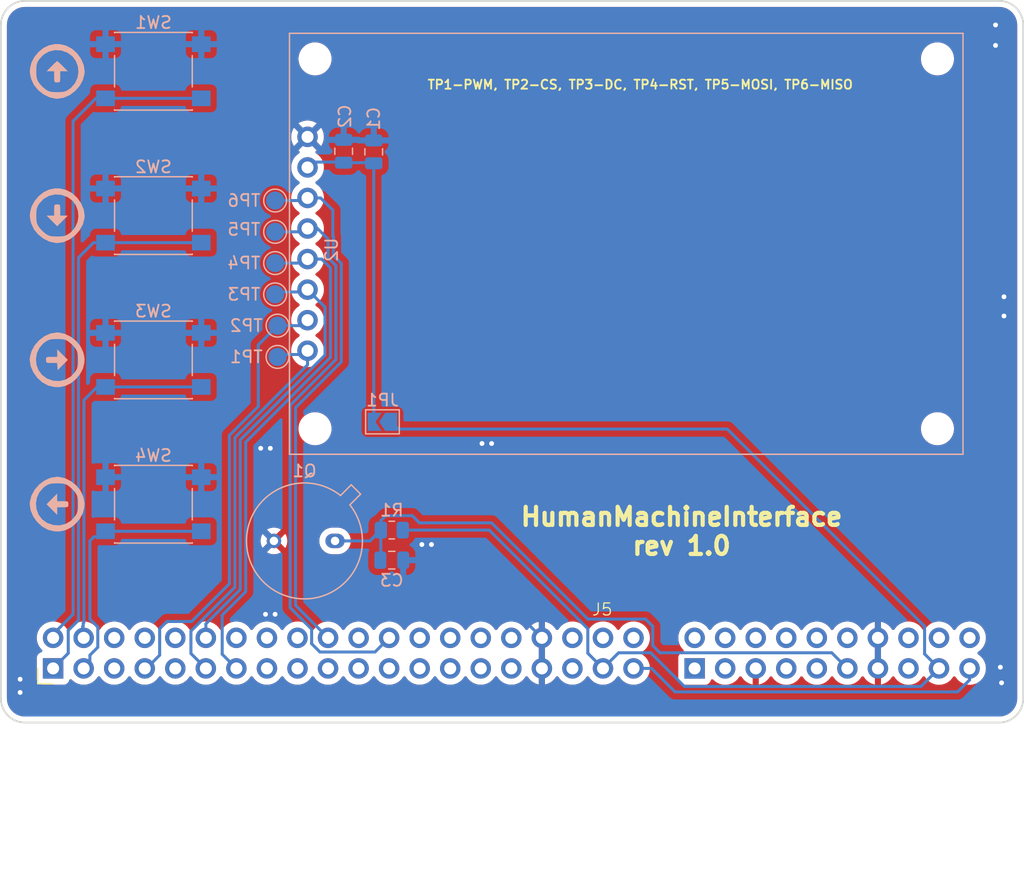
<source format=kicad_pcb>
(kicad_pcb (version 20241229) (generator "pcbnew") (generator_version "9.0")
  (layers (0 "F.Cu" signal) (2 "B.Cu" signal) (13 "F.Paste" user) (15 "B.Paste" user) (5 "F.SilkS" user "F.Silkscreen") (7 "B.SilkS" user "B.Silkscreen") (1 "F.Mask" user) (3 "B.Mask" user) (25 "Edge.Cuts" user))
  (net 0 "")
  (net 1 "Net-(JP1-B)")
  (net 2 "GND")
  (net 3 "GPIO_18")
  (net 4 "GPIO_13")
  (net 6 "3V3_FROM_MAINBOARD")
  (net 10 "5V")
  (net 11 "GPIO_16")
  (net 13 "GPIO_15")
  (net 17 "GPIO_4")
  (net 18 "GPIO_6")
  (net 21 "SPI1_SCK")
  (net 25 "GPIO_10")
  (net 26 "GPIO_5")
  (net 32 "GPIO_14")
  (net 34 "SPI1_MOSI")
  (footprint "HardwareDataLogger:ExtensionConnector" (layer "F.Cu") (at 172.5 117.3 90)
    (property "Reference" "J5" (at 6.7 7.5 0) (layer "F.SilkS") (effects (font (thickness 0.1))))
    (property "Value" "~")
    (fp_line (start 0.53 -39.43) (end 1.8 -39.43) (stroke (width 0.12)) (layer "F.SilkS"))
    (fp_line (start 0.53 -38.16) (end 0.53 -39.43) (stroke (width 0.12)) (layer "F.SilkS"))
    (pad "1" thru_hole rect (at 1.8 -38.16 90) (size 1.7 1.7) (drill 1) (layers "*.Cu" "*.Mask") (net 11 "GPIO_16"))
    (pad "2" thru_hole oval (at 4.34 -38.16 90) (size 1.7 1.7) (drill 1) (layers "*.Cu" "*.Mask") (net 13 "GPIO_15"))
    (pad "3" thru_hole oval (at 1.8 -35.62 90) (size 1.7 1.7) (drill 1) (layers "*.Cu" "*.Mask") (net 32 "GPIO_14"))
    (pad "4" thru_hole oval (at 4.34 -35.62 90) (size 1.7 1.7) (drill 1) (layers "*.Cu" "*.Mask") (net 4 "GPIO_13"))
    (pad "5" thru_hole oval (at 1.8 -33.08 90) (size 1.7 1.7) (drill 1) (layers "*.Cu" "*.Mask"))
    (pad "6" thru_hole oval (at 4.34 -33.08 90) (size 1.7 1.7) (drill 1) (layers "*.Cu" "*.Mask"))
    (pad "7" thru_hole oval (at 1.8 -30.54 90) (size 1.7 1.7) (drill 1) (layers "*.Cu" "*.Mask") (net 25 "GPIO_10"))
    (pad "8" thru_hole oval (at 4.34 -30.54 90) (size 1.7 1.7) (drill 1) (layers "*.Cu" "*.Mask"))
    (pad "9" thru_hole oval (at 1.8 -28 90) (size 1.7 1.7) (drill 1) (layers "*.Cu" "*.Mask"))
    (pad "10" thru_hole oval (at 4.34 -28 90) (size 1.7 1.7) (drill 1) (layers "*.Cu" "*.Mask"))
    (pad "11" thru_hole oval (at 1.8 -25.46 90) (size 1.7 1.7) (drill 1) (layers "*.Cu" "*.Mask") (net 18 "GPIO_6"))
    (pad "12" thru_hole oval (at 4.34 -25.46 90) (size 1.7 1.7) (drill 1) (layers "*.Cu" "*.Mask") (net 26 "GPIO_5"))
    (pad "13" thru_hole oval (at 1.8 -22.92 90) (size 1.7 1.7) (drill 1) (layers "*.Cu" "*.Mask") (net 17 "GPIO_4"))
    (pad "14" thru_hole oval (at 4.34 -22.92 90) (size 1.7 1.7) (drill 1) (layers "*.Cu" "*.Mask"))
    (pad "15" thru_hole oval (at 1.8 -20.38 90) (size 1.7 1.7) (drill 1) (layers "*.Cu" "*.Mask"))
    (pad "16" thru_hole oval (at 4.34 -20.38 90) (size 1.7 1.7) (drill 1) (layers "*.Cu" "*.Mask"))
    (pad "17" thru_hole oval (at 1.8 -17.84 90) (size 1.7 1.7) (drill 1) (layers "*.Cu" "*.Mask"))
    (pad "18" thru_hole oval (at 4.34 -17.84 90) (size 1.7 1.7) (drill 1) (layers "*.Cu" "*.Mask"))
    (pad "19" thru_hole oval (at 1.8 -15.3 90) (size 1.7 1.7) (drill 1) (layers "*.Cu" "*.Mask"))
    (pad "20" thru_hole oval (at 4.34 -15.3 90) (size 1.7 1.7) (drill 1) (layers "*.Cu" "*.Mask") (net 21 "SPI1_SCK"))
    (pad "21" thru_hole oval (at 1.8 -12.76 90) (size 1.7 1.7) (drill 1) (layers "*.Cu" "*.Mask"))
    (pad "22" thru_hole oval (at 4.34 -12.76 90) (size 1.7 1.7) (drill 1) (layers "*.Cu" "*.Mask"))
    (pad "23" thru_hole oval (at 1.8 -10.22 90) (size 1.7 1.7) (drill 1) (layers "*.Cu" "*.Mask"))
    (pad "24" thru_hole oval (at 4.34 -10.22 90) (size 1.7 1.7) (drill 1) (layers "*.Cu" "*.Mask") (net 34 "SPI1_MOSI"))
    (pad "25" thru_hole oval (at 1.8 -7.68 90) (size 1.7 1.7) (drill 1) (layers "*.Cu" "*.Mask"))
    (pad "26" thru_hole oval (at 4.34 -7.68 90) (size 1.7 1.7) (drill 1) (layers "*.Cu" "*.Mask"))
    (pad "27" thru_hole oval (at 1.8 -5.14 90) (size 1.7 1.7) (drill 1) (layers "*.Cu" "*.Mask"))
    (pad "28" thru_hole oval (at 4.34 -5.14 90) (size 1.7 1.7) (drill 1) (layers "*.Cu" "*.Mask"))
    (pad "29" thru_hole oval (at 1.8 -2.6 90) (size 1.7 1.7) (drill 1) (layers "*.Cu" "*.Mask"))
    (pad "30" thru_hole oval (at 4.34 -2.6 90) (size 1.7 1.7) (drill 1) (layers "*.Cu" "*.Mask"))
    (pad "31" thru_hole oval (at 1.8 -0.06 90) (size 1.7 1.7) (drill 1) (layers "*.Cu" "*.Mask"))
    (pad "32" thru_hole oval (at 4.34 -0.06 90) (size 1.7 1.7) (drill 1) (layers "*.Cu" "*.Mask"))
    (pad "33" thru_hole oval (at 1.8 2.48 90) (size 1.7 1.7) (drill 1) (layers "*.Cu" "*.Mask") (net 2 "GND"))
    (pad "34" thru_hole oval (at 4.34 2.48 90) (size 1.7 1.7) (drill 1) (layers "*.Cu" "*.Mask") (net 2 "GND"))
    (pad "35" thru_hole oval (at 1.8 5.02 90) (size 1.7 1.7) (drill 1) (layers "*.Cu" "*.Mask"))
    (pad "36" thru_hole oval (at 4.34 5.02 90) (size 1.7 1.7) (drill 1) (layers "*.Cu" "*.Mask"))
    (pad "37" thru_hole oval (at 1.8 7.56 90) (size 1.7 1.7) (drill 1) (layers "*.Cu" "*.Mask") (net 6 "3V3_FROM_MAINBOARD"))
    (pad "38" thru_hole oval (at 4.34 7.56 90) (size 1.7 1.7) (drill 1) (layers "*.Cu" "*.Mask"))
    (pad "39" thru_hole oval (at 1.8 10.1 90) (size 1.7 1.7) (drill 1) (layers "*.Cu" "*.Mask") (net 10 "5V"))
    (pad "40" thru_hole oval (at 4.34 10.1 90) (size 1.7 1.7) (drill 1) (layers "*.Cu" "*.Mask"))
    (pad "41" thru_hole rect (at 1.8 15.18 90) (size 1.7 1.7) (drill 1) (layers "*.Cu" "*.Mask"))
    (pad "42" thru_hole oval (at 4.34 15.18 90) (size 1.7 1.7) (drill 1) (layers "*.Cu" "*.Mask"))
    (pad "43" thru_hole oval (at 1.8 17.72 90) (size 1.7 1.7) (drill 1) (layers "*.Cu" "*.Mask"))
    (pad "44" thru_hole oval (at 4.34 17.72 90) (size 1.7 1.7) (drill 1) (layers "*.Cu" "*.Mask"))
    (pad "45" thru_hole oval (at 1.8 20.26 90) (size 1.7 1.7) (drill 1) (layers "*.Cu" "*.Mask") (net 2 "GND"))
    (pad "46" thru_hole oval (at 4.34 20.26 90) (size 1.7 1.7) (drill 1) (layers "*.Cu" "*.Mask"))
    (pad "47" thru_hole oval (at 1.8 22.8 90) (size 1.7 1.7) (drill 1) (layers "*.Cu" "*.Mask"))
    (pad "48" thru_hole oval (at 4.34 22.8 90) (size 1.7 1.7) (drill 1) (layers "*.Cu" "*.Mask"))
    (pad "49" thru_hole oval (at 1.8 25.34 90) (size 1.7 1.7) (drill 1) (layers "*.Cu" "*.Mask"))
    (pad "50" thru_hole oval (at 4.34 25.34 90) (size 1.7 1.7) (drill 1) (layers "*.Cu" "*.Mask"))
    (pad "51" thru_hole oval (at 1.8 27.88 90) (size 1.7 1.7) (drill 1) (layers "*.Cu" "*.Mask") (net 3 "GPIO_18"))
    (pad "52" thru_hole oval (at 4.34 27.88 90) (size 1.7 1.7) (drill 1) (layers "*.Cu" "*.Mask"))
    (pad "53" thru_hole oval (at 1.8 30.42 90) (size 1.7 1.7) (drill 1) (layers "*.Cu" "*.Mask") (net 2 "GND"))
    (pad "54" thru_hole oval (at 4.34 30.42 90) (size 1.7 1.7) (drill 1) (layers "*.Cu" "*.Mask") (net 2 "GND"))
    (pad "55" thru_hole oval (at 1.8 32.96 90) (size 1.7 1.7) (drill 1) (layers "*.Cu" "*.Mask"))
    (pad "56" thru_hole oval (at 4.34 32.96 90) (size 1.7 1.7) (drill 1) (layers "*.Cu" "*.Mask"))
    (pad "57" thru_hole oval (at 1.8 35.5 90) (size 1.7 1.7) (drill 1) (layers "*.Cu" "*.Mask") (net 6 "3V3_FROM_MAINBOARD"))
    (pad "58" thru_hole oval (at 4.34 35.5 90) (size 1.7 1.7) (drill 1) (layers "*.Cu" "*.Mask"))
    (pad "59" thru_hole oval (at 1.8 38.04 90) (size 1.7 1.7) (drill 1) (layers "*.Cu" "*.Mask") (net 10 "5V"))
    (pad "60" thru_hole oval (at 4.34 38.04 90) (size 1.7 1.7) (drill 1) (layers "*.Cu" "*.Mask"))
  )
  (footprint "TestPoint:TestPoint_Pad_D1.5mm" (layer "B.Cu") (at 153 89.6 180)
    (property "Reference" "TP1" (at 2.6 0 0) (layer "B.SilkS") (effects (justify mirror)))
    (property "Value" "TestPoint")
    (fp_circle (center 0 0) (end 0 -0.95) (stroke (width 0.12)) (fill no) (layer "B.SilkS"))
    (pad "1" smd circle (at 0 0 180) (size 1.5 1.5) (layers "B.Cu" "B.Mask") (net 18 "GPIO_6"))
  )
  (footprint "TestPoint:TestPoint_Pad_D1.5mm" (layer "B.Cu") (at 152.8 79.2 180)
    (property "Reference" "TP5" (at 2.6 0.2 0) (layer "B.SilkS") (effects (justify mirror)))
    (property "Value" "TestPoint")
    (fp_circle (center 0 0) (end 0 -0.95) (stroke (width 0.12)) (fill no) (layer "B.SilkS"))
    (pad "1" smd circle (at 0 0 180) (size 1.5 1.5) (layers "B.Cu" "B.Mask") (net 34 "SPI1_MOSI"))
  )
  (footprint "HumanMachineInterface:arrow-right-circle-line" (layer "B.Cu") (at 134.68 101.85 180)
    (property "Reference" "G***")
    (property "Value" "LOGO" (hide yes))
    (fp_poly (pts (xy 0.886984 0) (xy 0 -0.886984) (xy 0 -0.254) (xy -0.465667 -0.254) (xy -0.731881 -0.249735) (xy -0.870444 -0.221783) (xy -0.923035 -0.147411) (xy -0.931333 -0.003884) (xy -0.931333 0) (xy -0.923514 0.145208) (xy -0.87227 0.220788) (xy -0.735921 0.249473) (xy -0.472788 0.254) (xy 0 0.254) (xy 0 0.886984)) (fill yes) (layer "B.SilkS"))
    (fp_poly (pts (xy 0.534127 2.205771) (xy 1.041763 1.982832) (xy 1.496285 1.643808) (xy 1.871068 1.215321) (xy 2.139489 0.723997) (xy 2.274923 0.196458) (xy 2.286 0) (xy 2.207044 -0.518918) (xy 1.988758 -1.027393) (xy 1.659015 -1.488201) (xy 1.245688 -1.864123) (xy 0.77665 -2.117937) (xy 0.674486 -2.152002) (xy 0.2279 -2.255316) (xy -0.162714 -2.266156) (xy -0.583432 -2.184222) (xy -0.709911 -2.147213) (xy -1.131414 -1.943743) (xy -1.535611 -1.618752) (xy -1.877859 -1.217831) (xy -2.113516 -0.786573) (xy -2.152002 -0.674486) (xy -2.251405 -0.278063) (xy -2.273258 0) (xy -1.735667 0) (xy -1.727596 -0.349921) (xy -1.693341 -0.592578) (xy -1.61784 -0.789676) (xy -1.493524 -0.991899) (xy -1.13473 -1.3801) (xy -0.691243 -1.636894) (xy -0.193355 -1.755183) (xy 0.328643 -1.72787) (xy 0.844462 -1.547857) (xy 0.855257 -1.542259) (xy 1.263868 -1.242385) (xy 1.552505 -0.852361) (xy 1.719783 -0.402907) (xy 1.764321 0.075259) (xy 1.684735 0.551417) (xy 1.479643 0.994846) (xy 1.147663 1.374827) (xy 0.991899 1.493524) (xy 0.780748 1.622422) (xy 0.58291 1.695701) (xy 0.336681 1.728425) (xy 0 1.735667) (xy -0.352335 1.727219) (xy -0.59536 1.692575) (xy -0.788656 1.617785) (xy -0.960452 1.510785) (xy -1.223998 1.288246) (xy -1.466861 1.020291) (xy -1.510785 0.960452) (xy -1.631233 0.762284) (xy -1.699543 0.565601) (xy -1.729666 0.310821) (xy -1.735667 0) (xy -2.273258 0) (xy -2.277063 0.048417) (xy -2.228975 0.387441) (xy -2.152002 0.674486) (xy -1.928318 1.151624) (xy -1.57477 1.578859) (xy -1.128579 1.928317) (xy -0.626967 2.172126) (xy -0.107155 2.282412) (xy 0 2.286)) (fill yes) (layer "B.SilkS"))
  )
  (footprint "Capacitor_SMD:C_0805_2012Metric" (layer "B.Cu") (at 161 72.55 90)
    (property "Reference" "C1" (at 2.75 0 90) (layer "B.SilkS") (effects (justify mirror)))
    (property "Value" "330n")
    (fp_line (start -0.261252 -0.735) (end 0.261252 -0.735) (stroke (width 0.12)) (layer "B.SilkS"))
    (fp_line (start -0.261252 0.735) (end 0.261252 0.735) (stroke (width 0.12)) (layer "B.SilkS"))
    (pad "1" smd roundrect (at -0.95 0 90) (size 1 1.45) (layers "B.Cu" "B.Mask" "B.Paste") (net 1 "Net-(JP1-B)"))
    (pad "2" smd roundrect (at 0.95 0 90) (size 1 1.45) (layers "B.Cu" "B.Mask" "B.Paste") (net 2 "GND"))
  )
  (footprint "TestPoint:TestPoint_Pad_D1.5mm" (layer "B.Cu") (at 152.8 84.4 180)
    (property "Reference" "TP3" (at 2.6 0 0) (layer "B.SilkS") (effects (justify mirror)))
    (property "Value" "TestPoint")
    (fp_circle (center 0 0) (end 0 -0.95) (stroke (width 0.12)) (fill no) (layer "B.SilkS"))
    (pad "1" smd circle (at 0 0 180) (size 1.5 1.5) (layers "B.Cu" "B.Mask") (net 26 "GPIO_5"))
  )
  (footprint "Button_Switch_SMD:SW_SPST_PTS645" (layer "B.Cu") (at 142.68 65.85 180)
    (property "Reference" "SW1" (at 0 4.05 0) (layer "B.SilkS") (effects (justify mirror)))
    (property "Value" "SW_Push")
    (fp_line (start 3.23 3.23) (end 3.23 3.2) (stroke (width 0.12)) (layer "B.SilkS"))
    (fp_line (start 3.23 1.3) (end 3.23 -1.3) (stroke (width 0.12)) (layer "B.SilkS"))
    (fp_line (start 3.23 -3.23) (end 3.23 -3.2) (stroke (width 0.12)) (layer "B.SilkS"))
    (fp_line (start -3.23 3.23) (end 3.23 3.23) (stroke (width 0.12)) (layer "B.SilkS"))
    (fp_line (start -3.23 3.2) (end -3.23 3.23) (stroke (width 0.12)) (layer "B.SilkS"))
    (fp_line (start -3.23 1.3) (end -3.23 -1.3) (stroke (width 0.12)) (layer "B.SilkS"))
    (fp_line (start -3.23 -3.23) (end 3.23 -3.23) (stroke (width 0.12)) (layer "B.SilkS"))
    (fp_line (start -3.23 -3.23) (end -3.23 -3.2) (stroke (width 0.12)) (layer "B.SilkS"))
    (pad "1" smd rect (at -3.98 2.25 180) (size 1.55 1.3) (layers "B.Cu" "B.Mask" "B.Paste") (net 2 "GND"))
    (pad "1" smd rect (at 3.98 2.25 180) (size 1.55 1.3) (layers "B.Cu" "B.Mask" "B.Paste") (net 2 "GND"))
    (pad "2" smd rect (at -3.98 -2.25 180) (size 1.55 1.3) (layers "B.Cu" "B.Mask" "B.Paste") (net 13 "GPIO_15"))
    (pad "2" smd rect (at 3.98 -2.25 180) (size 1.55 1.3) (layers "B.Cu" "B.Mask" "B.Paste") (net 13 "GPIO_15"))
  )
  (footprint "HumanMachineInterface:ST7735S" (layer "B.Cu") (at 153.995 62.695 180)
    (property "Reference" "U2" (at -3.5 -18 90) (layer "B.SilkS") (effects (justify mirror)))
    (property "Value" "ST7735S")
    (fp_line (start 0 -35) (end 0 0) (stroke (width 0.12)) (layer "B.SilkS"))
    (fp_line (start -56 0) (end 0 0) (stroke (width 0.12)) (layer "B.SilkS"))
    (fp_line (start -56 0) (end -56 -35) (stroke (width 0.12)) (layer "B.SilkS"))
    (fp_line (start -56 -35) (end 0 -35) (stroke (width 0.12)) (layer "B.SilkS"))
    (pad "" np_thru_hole circle (at -53.875 -32.875 180) (size 2.25 2.25) (drill 2.25) (layers "*.Cu" "*.Mask"))
    (pad "" np_thru_hole circle (at -53.875 -2.125 180) (size 2.25 2.25) (drill 2.25) (layers "*.Cu" "*.Mask"))
    (pad "" np_thru_hole circle (at -2.125 -32.875 180) (size 2.25 2.25) (drill 2.25) (layers "*.Cu" "*.Mask"))
    (pad "" np_thru_hole circle (at -2.125 -2.125 180) (size 2.25 2.25) (drill 2.25) (layers "*.Cu" "*.Mask"))
    (pad "1" thru_hole circle (at -1.5 -8.61 180) (size 1.7 1.7) (drill 1) (layers "*.Cu" "*.Mask") (net 2 "GND"))
    (pad "2" thru_hole circle (at -1.5 -11.15 180) (size 1.7 1.7) (drill 1) (layers "*.Cu" "*.Mask") (net 1 "Net-(JP1-B)"))
    (pad "3" thru_hole circle (at -1.5 -13.69 180) (size 1.7 1.7) (drill 1) (layers "*.Cu" "*.Mask") (net 21 "SPI1_SCK"))
    (pad "4" thru_hole circle (at -1.5 -16.23 180) (size 1.7 1.7) (drill 1) (layers "*.Cu" "*.Mask") (net 34 "SPI1_MOSI"))
    (pad "5" thru_hole circle (at -1.5 -18.77 180) (size 1.7 1.7) (drill 1) (layers "*.Cu" "*.Mask") (net 17 "GPIO_4"))
    (pad "6" thru_hole circle (at -1.5 -21.31 180) (size 1.7 1.7) (drill 1) (layers "*.Cu" "*.Mask") (net 26 "GPIO_5"))
    (pad "7" thru_hole circle (at -1.5 -23.85 180) (size 1.7 1.7) (drill 1) (layers "*.Cu" "*.Mask") (net 25 "GPIO_10"))
    (pad "8" thru_hole circle (at -1.5 -26.39 180) (size 1.7 1.7) (drill 1) (layers "*.Cu" "*.Mask") (net 18 "GPIO_6"))
  )
  (footprint "HumanMachineInterface:arrow-down-circle-line" (layer "B.Cu") (at 134.68 65.85)
    (property "Reference" "G***")
    (property "Value" "LOGO" (hide yes))
    (fp_poly (pts (xy 0.145207 0.923514) (xy 0.220787 0.87227) (xy 0.249473 0.735921) (xy 0.254 0.472788) (xy 0.254 0) (xy 0.882634 0) (xy 0.465667 -0.423333) (xy 0.252759 -0.63296) (xy 0.086721 -0.78436) (xy 0.001735 -0.846459) (xy 0 -0.846667) (xy -0.079191 -0.79075) (xy -0.241431 -0.643715) (xy -0.45254 -0.436637) (xy -0.465667 -0.423333) (xy -0.882635 0) (xy -0.254 0) (xy -0.254 0.465667) (xy -0.249735 0.731881) (xy -0.221784 0.870444) (xy -0.147411 0.923035) (xy -0.003884 0.931333) (xy 0 0.931333)) (fill yes) (layer "B.SilkS"))
    (fp_poly (pts (xy 0.534127 2.205771) (xy 1.041763 1.982832) (xy 1.496285 1.643808) (xy 1.871068 1.215321) (xy 2.139489 0.723997) (xy 2.274923 0.196458) (xy 2.286 0) (xy 2.207044 -0.518918) (xy 1.988758 -1.027393) (xy 1.659015 -1.488201) (xy 1.245688 -1.864123) (xy 0.77665 -2.117937) (xy 0.674486 -2.152002) (xy 0.2279 -2.255316) (xy -0.162714 -2.266156) (xy -0.583432 -2.184222) (xy -0.709911 -2.147213) (xy -1.131414 -1.943743) (xy -1.535611 -1.618752) (xy -1.877859 -1.217831) (xy -2.113516 -0.786573) (xy -2.152002 -0.674486) (xy -2.251405 -0.278063) (xy -2.273258 0) (xy -1.735667 0) (xy -1.727596 -0.349921) (xy -1.693341 -0.592578) (xy -1.61784 -0.789676) (xy -1.493524 -0.991899) (xy -1.13473 -1.3801) (xy -0.691243 -1.636894) (xy -0.193355 -1.755183) (xy 0.328643 -1.72787) (xy 0.844462 -1.547857) (xy 0.855257 -1.542259) (xy 1.263868 -1.242385) (xy 1.552505 -0.852361) (xy 1.719783 -0.402907) (xy 1.764321 0.075259) (xy 1.684735 0.551417) (xy 1.479643 0.994846) (xy 1.147663 1.374827) (xy 0.991899 1.493524) (xy 0.780748 1.622422) (xy 0.58291 1.695701) (xy 0.336681 1.728425) (xy 0 1.735667) (xy -0.352335 1.727219) (xy -0.59536 1.692575) (xy -0.788656 1.617785) (xy -0.960452 1.510785) (xy -1.223998 1.288246) (xy -1.466861 1.020291) (xy -1.510785 0.960452) (xy -1.631233 0.762284) (xy -1.699543 0.565601) (xy -1.729666 0.310821) (xy -1.735667 0) (xy -2.273258 0) (xy -2.277063 0.048417) (xy -2.228975 0.387441) (xy -2.152002 0.674486) (xy -1.928318 1.151624) (xy -1.57477 1.578859) (xy -1.128579 1.928317) (xy -0.626967 2.172126) (xy -0.107155 2.282412) (xy 0 2.286)) (fill yes) (layer "B.SilkS"))
  )
  (footprint "HumanMachineInterface:arrow-left-circle-line" (layer "B.Cu") (at 134.68 89.85 180)
    (property "Reference" "G***")
    (property "Value" "LOGO" (hide yes))
    (fp_poly (pts (xy 0 0.254) (xy 0.465667 0.254) (xy 0.731881 0.249735) (xy 0.870443 0.221784) (xy 0.923034 0.147411) (xy 0.931333 0.003884) (xy 0.931333 0) (xy 0.923357 -0.145799) (xy 0.871489 -0.221323) (xy 0.733822 -0.249686) (xy 0.470777 -0.254) (xy 0.010222 -0.254) (xy -0.016056 -0.554573) (xy -0.042333 -0.855146) (xy -0.463563 -0.426477) (xy -0.884793 0.002191) (xy -0.442397 0.444588) (xy 0 0.886984)) (fill yes) (layer "B.SilkS"))
    (fp_poly (pts (xy 0.534127 2.205771) (xy 1.041763 1.982832) (xy 1.496285 1.643808) (xy 1.871068 1.215321) (xy 2.139489 0.723997) (xy 2.274923 0.196458) (xy 2.286 0) (xy 2.207044 -0.518918) (xy 1.988758 -1.027393) (xy 1.659015 -1.488201) (xy 1.245688 -1.864123) (xy 0.77665 -2.117937) (xy 0.674486 -2.152002) (xy 0.2279 -2.255316) (xy -0.162714 -2.266156) (xy -0.583432 -2.184222) (xy -0.709911 -2.147213) (xy -1.131414 -1.943743) (xy -1.535611 -1.618752) (xy -1.877859 -1.217831) (xy -2.113516 -0.786573) (xy -2.152002 -0.674486) (xy -2.251405 -0.278063) (xy -2.273258 0) (xy -1.735667 0) (xy -1.727596 -0.349921) (xy -1.693341 -0.592578) (xy -1.61784 -0.789676) (xy -1.493524 -0.991899) (xy -1.13473 -1.3801) (xy -0.691243 -1.636894) (xy -0.193355 -1.755183) (xy 0.328643 -1.72787) (xy 0.844462 -1.547857) (xy 0.855257 -1.542259) (xy 1.263868 -1.242385) (xy 1.552505 -0.852361) (xy 1.719783 -0.402907) (xy 1.764321 0.075259) (xy 1.684735 0.551417) (xy 1.479643 0.994846) (xy 1.147663 1.374827) (xy 0.991899 1.493524) (xy 0.780748 1.622422) (xy 0.58291 1.695701) (xy 0.336681 1.728425) (xy 0 1.735667) (xy -0.352335 1.727219) (xy -0.59536 1.692575) (xy -0.788656 1.617785) (xy -0.960452 1.510785) (xy -1.223998 1.288246) (xy -1.466861 1.020291) (xy -1.510785 0.960452) (xy -1.631233 0.762284) (xy -1.699543 0.565601) (xy -1.729666 0.310821) (xy -1.735667 0) (xy -2.273258 0) (xy -2.277063 0.048417) (xy -2.228975 0.387441) (xy -2.152002 0.674486) (xy -1.928318 1.151624) (xy -1.57477 1.578859) (xy -1.128579 1.928317) (xy -0.626967 2.172126) (xy -0.107155 2.282412) (xy 0 2.286)) (fill yes) (layer "B.SilkS"))
  )
  (footprint "Capacitor_SMD:C_0805_2012Metric" (layer "B.Cu") (at 162.5 106.5)
    (property "Reference" "C3" (at 0 1.68 0) (layer "B.SilkS") (effects (justify mirror)))
    (property "Value" "330n")
    (fp_line (start -0.261252 -0.735) (end 0.261252 -0.735) (stroke (width 0.12)) (layer "B.SilkS"))
    (fp_line (start -0.261252 0.735) (end 0.261252 0.735) (stroke (width 0.12)) (layer "B.SilkS"))
    (pad "1" smd roundrect (at -0.95 0) (size 1 1.45) (layers "B.Cu" "B.Mask" "B.Paste") (net 3 "GPIO_18"))
    (pad "2" smd roundrect (at 0.95 0) (size 1 1.45) (layers "B.Cu" "B.Mask" "B.Paste") (net 2 "GND"))
  )
  (footprint "HumanMachineInterface:arrow-up-circle-line" (layer "B.Cu") (at 134.68 77.85)
    (property "Reference" "G***")
    (property "Value" "LOGO" (hide yes))
    (fp_poly (pts (xy 0.886984 0) (xy 0.254 0) (xy 0.254 -0.465667) (xy 0.249735 -0.731881) (xy 0.221783 -0.870443) (xy 0.147411 -0.923034) (xy 0.003884 -0.931333) (xy 0 -0.931333) (xy -0.145208 -0.923514) (xy -0.220788 -0.872269) (xy -0.249473 -0.73592) (xy -0.254 -0.472788) (xy -0.254 0) (xy -0.886984 0) (xy 0 0.886984)) (fill yes) (layer "B.SilkS"))
    (fp_poly (pts (xy 0.534127 2.205771) (xy 1.041763 1.982832) (xy 1.496285 1.643808) (xy 1.871068 1.215321) (xy 2.139489 0.723997) (xy 2.274923 0.196458) (xy 2.286 0) (xy 2.207044 -0.518918) (xy 1.988758 -1.027393) (xy 1.659015 -1.488201) (xy 1.245688 -1.864123) (xy 0.77665 -2.117937) (xy 0.674486 -2.152002) (xy 0.2279 -2.255316) (xy -0.162714 -2.266156) (xy -0.583432 -2.184222) (xy -0.709911 -2.147213) (xy -1.131414 -1.943743) (xy -1.535611 -1.618752) (xy -1.877859 -1.217831) (xy -2.113516 -0.786573) (xy -2.152002 -0.674486) (xy -2.251405 -0.278063) (xy -2.273258 0) (xy -1.735667 0) (xy -1.727596 -0.349921) (xy -1.693341 -0.592578) (xy -1.61784 -0.789676) (xy -1.493524 -0.991899) (xy -1.13473 -1.3801) (xy -0.691243 -1.636894) (xy -0.193355 -1.755183) (xy 0.328643 -1.72787) (xy 0.844462 -1.547857) (xy 0.855257 -1.542259) (xy 1.263868 -1.242385) (xy 1.552505 -0.852361) (xy 1.719783 -0.402907) (xy 1.764321 0.075259) (xy 1.684735 0.551417) (xy 1.479643 0.994846) (xy 1.147663 1.374827) (xy 0.991899 1.493524) (xy 0.780748 1.622422) (xy 0.58291 1.695701) (xy 0.336681 1.728425) (xy 0 1.735667) (xy -0.352335 1.727219) (xy -0.59536 1.692575) (xy -0.788656 1.617785) (xy -0.960452 1.510785) (xy -1.223998 1.288246) (xy -1.466861 1.020291) (xy -1.510785 0.960452) (xy -1.631233 0.762284) (xy -1.699543 0.565601) (xy -1.729666 0.310821) (xy -1.735667 0) (xy -2.273258 0) (xy -2.277063 0.048417) (xy -2.228975 0.387441) (xy -2.152002 0.674486) (xy -1.928318 1.151624) (xy -1.57477 1.578859) (xy -1.128579 1.928317) (xy -0.626967 2.172126) (xy -0.107155 2.282412) (xy 0 2.286)) (fill yes) (layer "B.SilkS"))
  )
  (footprint "Jumper:SolderJumper-2_P1.3mm_Open_TrianglePad1.0x1.5mm" (layer "B.Cu") (at 161.725 95 180)
    (property "Reference" "JP1" (at 0 1.8 0) (layer "B.SilkS") (effects (justify mirror)))
    (property "Value" "Jumper_2_Small_Open")
    (fp_line (start 1.4 1) (end 1.4 -1) (stroke (width 0.12)) (layer "B.SilkS"))
    (fp_line (start 1.4 -1) (end -1.4 -1) (stroke (width 0.12)) (layer "B.SilkS"))
    (fp_line (start -1.4 1) (end 1.4 1) (stroke (width 0.12)) (layer "B.SilkS"))
    (fp_line (start -1.4 -1) (end -1.4 1) (stroke (width 0.12)) (layer "B.SilkS"))
    (pad "1" smd custom (at -0.725 0 180) (size 0.3 0.3) (layers "B.Cu" "B.Mask") (net 6 "3V3_FROM_MAINBOARD") (options (clearance outline) (anchor rect)) (primitives (gr_poly (pts (xy 1 0) (xy 0.5 -0.75) (xy -0.5 -0.75) (xy -0.5 0.75) (xy 0.5 0.75)) (width 0) (fill yes))))
    (pad "2" smd custom (at 0.725 0 180) (size 0.3 0.3) (layers "B.Cu" "B.Mask") (net 1 "Net-(JP1-B)") (options (clearance outline) (anchor rect)) (primitives (gr_poly (pts (xy 0.5 -0.75) (xy -0.65 -0.75) (xy -0.15 0) (xy -0.65 0.75) (xy 0.5 0.75)) (width 0) (fill yes))))
  )
  (footprint "Resistor_SMD:R_0805_2012Metric" (layer "B.Cu") (at 162.5 104 180)
    (property "Reference" "R1" (at 0 1.65 0) (layer "B.SilkS") (effects (justify mirror)))
    (property "Value" "2M")
    (fp_line (start -0.227064 0.735) (end 0.227064 0.735) (stroke (width 0.12)) (layer "B.SilkS"))
    (fp_line (start -0.227064 -0.735) (end 0.227064 -0.735) (stroke (width 0.12)) (layer "B.SilkS"))
    (pad "1" smd roundrect (at -0.9125 0 180) (size 1.025 1.4) (layers "B.Cu" "B.Mask" "B.Paste") (roundrect_rratio 0.243902) (net 6 "3V3_FROM_MAINBOARD"))
    (pad "2" smd roundrect (at 0.9125 0 180) (size 1.025 1.4) (layers "B.Cu" "B.Mask" "B.Paste") (roundrect_rratio 0.243902) (net 3 "GPIO_18"))
  )
  (footprint "Button_Switch_SMD:SW_SPST_PTS645" (layer "B.Cu") (at 142.68 101.85 180)
    (property "Reference" "SW4" (at 0 4.05 0) (layer "B.SilkS") (effects (justify mirror)))
    (property "Value" "SW_Push")
    (fp_line (start 3.23 3.23) (end 3.23 3.2) (stroke (width 0.12)) (layer "B.SilkS"))
    (fp_line (start 3.23 1.3) (end 3.23 -1.3) (stroke (width 0.12)) (layer "B.SilkS"))
    (fp_line (start 3.23 -3.23) (end 3.23 -3.2) (stroke (width 0.12)) (layer "B.SilkS"))
    (fp_line (start -3.23 3.23) (end 3.23 3.23) (stroke (width 0.12)) (layer "B.SilkS"))
    (fp_line (start -3.23 3.2) (end -3.23 3.23) (stroke (width 0.12)) (layer "B.SilkS"))
    (fp_line (start -3.23 1.3) (end -3.23 -1.3) (stroke (width 0.12)) (layer "B.SilkS"))
    (fp_line (start -3.23 -3.23) (end 3.23 -3.23) (stroke (width 0.12)) (layer "B.SilkS"))
    (fp_line (start -3.23 -3.23) (end -3.23 -3.2) (stroke (width 0.12)) (layer "B.SilkS"))
    (pad "1" smd rect (at -3.98 2.25 180) (size 1.55 1.3) (layers "B.Cu" "B.Mask" "B.Paste") (net 2 "GND"))
    (pad "1" smd rect (at 3.98 2.25 180) (size 1.55 1.3) (layers "B.Cu" "B.Mask" "B.Paste") (net 2 "GND"))
    (pad "2" smd rect (at -3.98 -2.25 180) (size 1.55 1.3) (layers "B.Cu" "B.Mask" "B.Paste") (net 32 "GPIO_14"))
    (pad "2" smd rect (at 3.98 -2.25 180) (size 1.55 1.3) (layers "B.Cu" "B.Mask" "B.Paste") (net 32 "GPIO_14"))
  )
  (footprint "Package_TO_SOT_THT:TO-5-2" (layer "B.Cu") (at 157.78 104.9 180)
    (property "Reference" "Q1" (at 2.54 5.82 0) (layer "B.SilkS") (effects (justify mirror)))
    (property "Value" "Q_Photo_NPN")
    (fp_line (start -0.457084 3.774902) (end -1.348039 4.665856) (stroke (width 0.12)) (layer "B.SilkS"))
    (fp_line (start -1.348039 4.665856) (end -2.125856 3.888039) (stroke (width 0.12)) (layer "B.SilkS"))
    (fp_line (start -2.125856 3.888039) (end -1.234902 2.997084) (stroke (width 0.12)) (layer "B.SilkS"))
    (fp_arc (start -1.234902 2.997084) (mid 5.948255 -3.408255) (end -0.457084 3.774902) (stroke (width 0.12)) (layer "B.SilkS"))
    (pad "1" thru_hole oval (at 0 0 180) (size 1.6 1.2) (drill 0.7) (layers "*.Cu" "*.Mask") (net 3 "GPIO_18"))
    (pad "2" thru_hole circle (at 5.08 0 180) (size 1.2 1.2) (drill 0.7) (layers "*.Cu" "*.Mask") (net 2 "GND"))
  )
  (footprint "TestPoint:TestPoint_Pad_D1.5mm" (layer "B.Cu") (at 153 87 180)
    (property "Reference" "TP2" (at 2.6 0 0) (layer "B.SilkS") (effects (justify mirror)))
    (property "Value" "TestPoint")
    (fp_circle (center 0 0) (end 0 -0.95) (stroke (width 0.12)) (fill no) (layer "B.SilkS"))
    (pad "1" smd circle (at 0 0 180) (size 1.5 1.5) (layers "B.Cu" "B.Mask") (net 25 "GPIO_10"))
  )
  (footprint "Button_Switch_SMD:SW_SPST_PTS645" (layer "B.Cu") (at 142.68 89.85 180)
    (property "Reference" "SW3" (at 0 4.05 0) (layer "B.SilkS") (effects (justify mirror)))
    (property "Value" "SW_Push")
    (fp_line (start 3.23 3.23) (end 3.23 3.2) (stroke (width 0.12)) (layer "B.SilkS"))
    (fp_line (start 3.23 1.3) (end 3.23 -1.3) (stroke (width 0.12)) (layer "B.SilkS"))
    (fp_line (start 3.23 -3.23) (end 3.23 -3.2) (stroke (width 0.12)) (layer "B.SilkS"))
    (fp_line (start -3.23 3.23) (end 3.23 3.23) (stroke (width 0.12)) (layer "B.SilkS"))
    (fp_line (start -3.23 3.2) (end -3.23 3.23) (stroke (width 0.12)) (layer "B.SilkS"))
    (fp_line (start -3.23 1.3) (end -3.23 -1.3) (stroke (width 0.12)) (layer "B.SilkS"))
    (fp_line (start -3.23 -3.23) (end 3.23 -3.23) (stroke (width 0.12)) (layer "B.SilkS"))
    (fp_line (start -3.23 -3.23) (end -3.23 -3.2) (stroke (width 0.12)) (layer "B.SilkS"))
    (pad "1" smd rect (at -3.98 2.25 180) (size 1.55 1.3) (layers "B.Cu" "B.Mask" "B.Paste") (net 2 "GND"))
    (pad "1" smd rect (at 3.98 2.25 180) (size 1.55 1.3) (layers "B.Cu" "B.Mask" "B.Paste") (net 2 "GND"))
    (pad "2" smd rect (at -3.98 -2.25 180) (size 1.55 1.3) (layers "B.Cu" "B.Mask" "B.Paste") (net 4 "GPIO_13"))
    (pad "2" smd rect (at 3.98 -2.25 180) (size 1.55 1.3) (layers "B.Cu" "B.Mask" "B.Paste") (net 4 "GPIO_13"))
  )
  (footprint "TestPoint:TestPoint_Pad_D1.5mm" (layer "B.Cu") (at 152.8 81.8 180)
    (property "Reference" "TP4" (at 2.6 0 0) (layer "B.SilkS") (effects (justify mirror)))
    (property "Value" "TestPoint")
    (fp_circle (center 0 0) (end 0 -0.95) (stroke (width 0.12)) (fill no) (layer "B.SilkS"))
    (pad "1" smd circle (at 0 0 180) (size 1.5 1.5) (layers "B.Cu" "B.Mask") (net 17 "GPIO_4"))
  )
  (footprint "Button_Switch_SMD:SW_SPST_PTS645" (layer "B.Cu") (at 142.68 77.85 180)
    (property "Reference" "SW2" (at 0 4.05 0) (layer "B.SilkS") (effects (justify mirror)))
    (property "Value" "SW_Push")
    (fp_line (start 3.23 3.23) (end 3.23 3.2) (stroke (width 0.12)) (layer "B.SilkS"))
    (fp_line (start 3.23 1.3) (end 3.23 -1.3) (stroke (width 0.12)) (layer "B.SilkS"))
    (fp_line (start 3.23 -3.23) (end 3.23 -3.2) (stroke (width 0.12)) (layer "B.SilkS"))
    (fp_line (start -3.23 3.23) (end 3.23 3.23) (stroke (width 0.12)) (layer "B.SilkS"))
    (fp_line (start -3.23 3.2) (end -3.23 3.23) (stroke (width 0.12)) (layer "B.SilkS"))
    (fp_line (start -3.23 1.3) (end -3.23 -1.3) (stroke (width 0.12)) (layer "B.SilkS"))
    (fp_line (start -3.23 -3.23) (end 3.23 -3.23) (stroke (width 0.12)) (layer "B.SilkS"))
    (fp_line (start -3.23 -3.23) (end -3.23 -3.2) (stroke (width 0.12)) (layer "B.SilkS"))
    (pad "1" smd rect (at -3.98 2.25 180) (size 1.55 1.3) (layers "B.Cu" "B.Mask" "B.Paste") (net 2 "GND"))
    (pad "1" smd rect (at 3.98 2.25 180) (size 1.55 1.3) (layers "B.Cu" "B.Mask" "B.Paste") (net 2 "GND"))
    (pad "2" smd rect (at -3.98 -2.25 180) (size 1.55 1.3) (layers "B.Cu" "B.Mask" "B.Paste") (net 11 "GPIO_16"))
    (pad "2" smd rect (at 3.98 -2.25 180) (size 1.55 1.3) (layers "B.Cu" "B.Mask" "B.Paste") (net 11 "GPIO_16"))
  )
  (footprint "Capacitor_SMD:C_0805_2012Metric" (layer "B.Cu") (at 158.5 72.5 90)
    (property "Reference" "C2" (at 2.9 0.1 90) (layer "B.SilkS") (effects (justify mirror)))
    (property "Value" "330n")
    (fp_line (start -0.261252 -0.735) (end 0.261252 -0.735) (stroke (width 0.12)) (layer "B.SilkS"))
    (fp_line (start -0.261252 0.735) (end 0.261252 0.735) (stroke (width 0.12)) (layer "B.SilkS"))
    (pad "1" smd roundrect (at -0.95 0 90) (size 1 1.45) (layers "B.Cu" "B.Mask" "B.Paste") (net 1 "Net-(JP1-B)"))
    (pad "2" smd roundrect (at 0.95 0 90) (size 1 1.45) (layers "B.Cu" "B.Mask" "B.Paste") (net 2 "GND"))
  )
  (footprint "TestPoint:TestPoint_Pad_D1.5mm" (layer "B.Cu") (at 152.8 76.6 180)
    (property "Reference" "TP6" (at 2.6 0 0) (layer "B.SilkS") (effects (justify mirror)))
    (property "Value" "TestPoint")
    (fp_circle (center 0 0) (end 0 -0.95) (stroke (width 0.12)) (fill no) (layer "B.SilkS"))
    (pad "1" smd circle (at 0 0 180) (size 1.5 1.5) (layers "B.Cu" "B.Mask") (net 21 "SPI1_SCK"))
  )
  (gr_line (start 132 120) (end 213 120) (stroke (width 0.15)) (layer "Edge.Cuts"))
  (gr_line (start 215 118) (end 214.999999 62.000001) (stroke (width 0.15)) (layer "Edge.Cuts"))
  (gr_arc (start 215 118) (mid 214.414214 119.414214) (end 213 120) (stroke (width 0.15)) (layer "Edge.Cuts"))
  (gr_line (start 212.999999 60.000001) (end 132 60.000001) (stroke (width 0.15)) (layer "Edge.Cuts"))
  (gr_arc (start 130.000001 62.000001) (mid 130.585787 60.585787) (end 132.000001 60.000001) (stroke (width 0.15)) (layer "Edge.Cuts"))
  (gr_line (start 130 118) (end 130 62) (stroke (width 0.15)) (layer "Edge.Cuts"))
  (gr_arc (start 213 60.000001) (mid 214.414214 60.585787) (end 215 62.000001) (stroke (width 0.15)) (layer "Edge.Cuts"))
  (gr_arc (start 132.000001 119.999999) (mid 130.585787 119.414213) (end 130.000001 117.999999) (stroke (width 0.15)) (layer "Edge.Cuts"))
  (gr_text "TP1-PWM, TP2-CS, TP3-DC, TP4-RST, TP5-MOSI, TP6-MISO" (at 165.4 67.4 0) (layer "F.SilkS") (effects (font (size 0.75 0.75)) (justify left bottom)))
  (gr_text "HumanMachineInterface\nrev 1.0" (at 186.6 104.1 0) (layer "F.SilkS") (effects (font (size 1.5 1.5) (thickness 0.35))))
  (segment (start 155.94 73.4) (end 158.45 73.4) (width 0.25) (layer "B.Cu") (net 1))
  (segment (start 161 73.5) (end 161 95) (width 0.25) (layer "B.Cu") (net 1))
  (segment (start 158.5 73.45) (end 160.95 73.45) (width 0.25) (layer "B.Cu") (net 1))
  (via (at 212.7 63.7) (size 0.6) (drill 0.4) (layers "F.Cu" "B.Cu") (net 2))
  (via (at 213.4 84.6) (size 0.6) (drill 0.4) (layers "F.Cu" "B.Cu") (net 2))
  (via (at 165.8 105.2) (size 0.6) (drill 0.4) (layers "F.Cu" "B.Cu") (net 2))
  (via (at 213.4 86.2) (size 0.6) (drill 0.4) (layers "F.Cu" "B.Cu") (net 2))
  (via (at 213.1 115.4) (size 0.6) (drill 0.4) (layers "F.Cu" "B.Cu") (net 2))
  (via (at 165 105.2) (size 0.6) (drill 0.4) (layers "F.Cu" "B.Cu") (net 2))
  (via (at 213.2 116.7) (size 0.6) (drill 0.4) (layers "F.Cu" "B.Cu") (net 2))
  (via (at 152 111) (size 0.6) (drill 0.4) (layers "F.Cu" "B.Cu") (net 2))
  (via (at 212.7 62) (size 0.6) (drill 0.4) (layers "F.Cu" "B.Cu") (net 2))
  (via (at 152.8 111) (size 0.6) (drill 0.4) (layers "F.Cu" "B.Cu") (net 2))
  (via (at 131.6 117.5) (size 0.6) (drill 0.4) (layers "F.Cu" "B.Cu") (net 2))
  (via (at 170.8 96.8) (size 0.6) (drill 0.4) (layers "F.Cu" "B.Cu") (net 2))
  (via (at 170 96.8) (size 0.6) (drill 0.4) (layers "F.Cu" "B.Cu") (net 2))
  (via (at 152.4 97.2) (size 0.6) (drill 0.4) (layers "F.Cu" "B.Cu") (net 2))
  (via (at 151.6 97.2) (size 0.6) (drill 0.4) (layers "F.Cu" "B.Cu") (net 2))
  (via (at 131.6 116.4) (size 0.6) (drill 0.4) (layers "F.Cu" "B.Cu") (net 2))
  (segment (start 168.52 106.5) (end 174.98 112.96) (width 0.25) (layer "B.Cu") (net 2))
  (segment (start 163.45 106.5) (end 168.52 106.5) (width 0.25) (layer "B.Cu") (net 2))
  (segment (start 174.98 112.96) (end 174.98 115.5) (width 0.25) (layer "B.Cu") (net 2))
  (segment (start 157.78 104.9) (end 160.6875 104.9) (width 0.25) (layer "B.Cu") (net 3))
  (segment (start 160.6875 104.9) (end 161.89375 103.69375) (width 0.25) (layer "B.Cu") (net 3))
  (segment (start 184.8 114.2) (end 199.08 114.2) (width 0.25) (layer "B.Cu") (net 3))
  (segment (start 161.5875 103.2125) (end 162 102.8) (width 0.25) (layer "B.Cu") (net 3))
  (segment (start 164.2 102.8) (end 164.8 103.4) (width 0.25) (layer "B.Cu") (net 3))
  (segment (start 199.08 114.2) (end 200.38 115.5) (width 0.25) (layer "B.Cu") (net 3))
  (segment (start 183.6 111.4) (end 184.2 112) (width 0.25) (layer "B.Cu") (net 3))
  (segment (start 164.8 103.4) (end 170.8 103.4) (width 0.25) (layer "B.Cu") (net 3))
  (segment (start 184.2 112) (end 184.2 113.6) (width 0.25) (layer "B.Cu") (net 3))
  (segment (start 170.8 103.4) (end 178.8 111.4) (width 0.25) (layer "B.Cu") (net 3))
  (segment (start 161.5875 104) (end 161.5875 106.4625) (width 0.25) (layer "B.Cu") (net 3))
  (segment (start 184.2 113.6) (end 184.8 114.2) (width 0.25) (layer "B.Cu") (net 3))
  (segment (start 162 102.8) (end 164.2 102.8) (width 0.25) (layer "B.Cu") (net 3))
  (segment (start 178.8 111.4) (end 183.6 111.4) (width 0.25) (layer "B.Cu") (net 3))
  (segment (start 161.5875 104) (end 161.5875 103.2125) (width 0.25) (layer "B.Cu") (net 3))
  (segment (start 160.6875 104.9) (end 161.5875 104) (width 0.25) (layer "B.Cu") (net 3))
  (segment (start 136.902 111.67362) (end 136.843884 111.731736) (width 0.25) (layer "B.Cu") (net 4))
  (segment (start 138.7 92.1) (end 138 92.1) (width 0.25) (layer "B.Cu") (net 4))
  (segment (start 136.843884 111.731736) (end 136.843884 111.97081) (width 0.25) (layer "B.Cu") (net 4))
  (segment (start 136.8 112.014694) (end 136.8 112.88) (width 0.25) (layer "B.Cu") (net 4))
  (segment (start 138 92.1) (end 136.902 93.198) (width 0.25) (layer "B.Cu") (net 4))
  (segment (start 136.902 93.198) (end 136.902 111.67362) (width 0.25) (layer "B.Cu") (net 4))
  (segment (start 136.843884 111.97081) (end 136.8 112.014694) (width 0.25) (layer "B.Cu") (net 4))
  (segment (start 146.66 92.1) (end 138.7 92.1) (width 0.25) (layer "B.Cu") (net 4))
  (segment (start 178.8 114.24) (end 180.06 115.5) (width 0.25) (layer "B.Cu") (net 6))
  (segment (start 162.45 95) (end 163.05 95.6) (width 0.25) (layer "B.Cu") (net 6))
  (segment (start 206.8 114.3) (end 208 115.5) (width 0.25) (layer "B.Cu") (net 6))
  (segment (start 206.5 117) (end 186.828 117) (width 0.25) (layer "B.Cu") (net 6))
  (segment (start 163.05 95.6) (end 190.4 95.6) (width 0.25) (layer "B.Cu") (net 6))
  (segment (start 186.828 117) (end 184.028 114.2) (width 0.25) (layer "B.Cu") (net 6))
  (segment (start 208 115.5) (end 206.5 117) (width 0.25) (layer "B.Cu") (net 6))
  (segment (start 163.4125 104) (end 170.6 104) (width 0.25) (layer "B.Cu") (net 6))
  (segment (start 206.8 112) (end 206.8 114.3) (width 0.25) (layer "B.Cu") (net 6))
  (segment (start 181.36 114.2) (end 180.06 115.5) (width 0.25) (layer "B.Cu") (net 6))
  (segment (start 170.6 104) (end 178.8 112.2) (width 0.25) (layer "B.Cu") (net 6))
  (segment (start 184.028 114.2) (end 181.36 114.2) (width 0.25) (layer "B.Cu") (net 6))
  (segment (start 190.4 95.6) (end 206.8 112) (width 0.25) (layer "B.Cu") (net 6))
  (segment (start 178.8 112.2) (end 178.8 114.24) (width 0.25) (layer "B.Cu") (net 6))
  (segment (start 182.6 115.5) (end 184.1 115.5) (width 0.25) (layer "B.Cu") (net 10))
  (segment (start 209.549 117.451) (end 210.54 116.46) (width 0.25) (layer "B.Cu") (net 10))
  (segment (start 210.54 116.46) (end 210.54 115.5) (width 0.25) (layer "B.Cu") (net 10))
  (segment (start 186.051 117.451) (end 209.549 117.451) (width 0.25) (layer "B.Cu") (net 10))
  (segment (start 184.1 115.5) (end 186.051 117.451) (width 0.25) (layer "B.Cu") (net 10))
  (segment (start 136.451 81.349) (end 136.451 111.48681) (width 0.25) (layer "B.Cu") (net 11))
  (segment (start 135.6 114.24) (end 134.34 115.5) (width 0.25) (layer "B.Cu") (net 11))
  (segment (start 137.7 80.1) (end 136.451 81.349) (width 0.25) (layer "B.Cu") (net 11))
  (segment (start 146.66 80.1) (end 138.7 80.1) (width 0.25) (layer "B.Cu") (net 11))
  (segment (start 136.451 111.48681) (end 135.6 112.33781) (width 0.25) (layer "B.Cu") (net 11))
  (segment (start 135.6 112.33781) (end 135.6 114.24) (width 0.25) (layer "B.Cu") (net 11))
  (segment (start 138.7 80.1) (end 137.7 80.1) (width 0.25) (layer "B.Cu") (net 11))
  (segment (start 137.9 68.1) (end 136 70) (width 0.25) (layer "B.Cu") (net 13))
  (segment (start 136 70) (end 136 111) (width 0.25) (layer "B.Cu") (net 13))
  (segment (start 146.66 68.1) (end 138.7 68.1) (width 0.25) (layer "B.Cu") (net 13))
  (segment (start 138.7 68.1) (end 137.9 68.1) (width 0.25) (layer "B.Cu") (net 13))
  (segment (start 136 111) (end 134.34 112.66) (width 0.25) (layer "B.Cu") (net 13))
  (segment (start 148.4 111.07562) (end 150.353 109.12262) (width 0.25) (layer "B.Cu") (net 17))
  (segment (start 150.353 109.12262) (end 150.353 96.687463) (width 0.25) (layer "B.Cu") (net 17))
  (segment (start 150.353 96.687463) (end 157.4 89.640463) (width 0.25) (layer "B.Cu") (net 17))
  (segment (start 149.58 115.5) (end 148.4 114.32) (width 0.25) (layer "B.Cu") (net 17))
  (segment (start 152.8 81.8) (end 155.16 81.8) (width 0.25) (layer "B.Cu") (net 17))
  (segment (start 157.4 82.2) (end 156.665 81.465) (width 0.25) (layer "B.Cu") (net 17))
  (segment (start 156.665 81.465) (end 155.495 81.465) (width 0.25) (layer "B.Cu") (net 17))
  (segment (start 148.4 114.32) (end 148.4 111.07562) (width 0.25) (layer "B.Cu") (net 17))
  (segment (start 157.4 89.640463) (end 157.4 82.2) (width 0.25) (layer "B.Cu") (net 17))
  (segment (start 147.04 115.5) (end 145.8 114.26) (width 0.25) (layer "B.Cu") (net 18))
  (segment (start 149.451 96.31119) (end 155.495 90.26719) (width 0.25) (layer "B.Cu") (net 18))
  (segment (start 149.451 108.749) (end 149.451 96.31119) (width 0.25) (layer "B.Cu") (net 18))
  (segment (start 145.8 114.26) (end 145.8 112.4) (width 0.25) (layer "B.Cu") (net 18))
  (segment (start 155.495 90.26719) (end 155.495 89.085) (width 0.25) (layer "B.Cu") (net 18))
  (segment (start 153.2 89.4) (end 155.18 89.4) (width 0.25) (layer "B.Cu") (net 18))
  (segment (start 145.8 112.4) (end 149.451 108.749) (width 0.25) (layer "B.Cu") (net 18))
  (segment (start 154.5 93.816083) (end 158.302 90.014083) (width 0.25) (layer "B.Cu") (net 21))
  (segment (start 157.2 112.96) (end 154.5 110.26) (width 0.25) (layer "B.Cu") (net 21))
  (segment (start 156.585 76.385) (end 155.495 76.385) (width 0.25) (layer "B.Cu") (net 21))
  (segment (start 157.6 77.4) (end 156.585 76.385) (width 0.25) (layer "B.Cu") (net 21))
  (segment (start 158.302 90.014083) (end 158.302 81.82638) (width 0.25) (layer "B.Cu") (net 21))
  (segment (start 157.651 79.61319) (end 157.6 79.56219) (width 0.25) (layer "B.Cu") (net 21))
  (segment (start 154.5 110.26) (end 154.5 93.816083) (width 0.25) (layer "B.Cu") (net 21))
  (segment (start 152.8 76.6) (end 155.28 76.6) (width 0.25) (layer "B.Cu") (net 21))
  (segment (start 158.302 81.82638) (end 157.651 81.17538) (width 0.25) (layer "B.Cu") (net 21))
  (segment (start 157.651 81.17538) (end 157.651 79.61319) (width 0.25) (layer "B.Cu") (net 21))
  (segment (start 157.6 79.56219) (end 157.6 77.4) (width 0.25) (layer "B.Cu") (net 21))
  (segment (start 143.2 112.2) (end 143.2 114.4) (width 0.25) (layer "B.Cu") (net 25))
  (segment (start 145.86 111.6) (end 143.8 111.6) (width 0.25) (layer "B.Cu") (net 25))
  (segment (start 153 87) (end 155.04 87) (width 0.25) (layer "B.Cu") (net 25))
  (segment (start 151.4 93.72438) (end 149 96.12438) (width 0.25) (layer "B.Cu") (net 25))
  (segment (start 153 87) (end 151.4 88.6) (width 0.25) (layer "B.Cu") (net 25))
  (segment (start 151.4 88.6) (end 151.4 93.72438) (width 0.25) (layer "B.Cu") (net 25))
  (segment (start 143.2 114.4) (end 142.1 115.5) (width 0.25) (layer "B.Cu") (net 25))
  (segment (start 149 96.12438) (end 149 108.46) (width 0.25) (layer "B.Cu") (net 25))
  (segment (start 143.8 111.6) (end 143.2 112.2) (width 0.25) (layer "B.Cu") (net 25))
  (segment (start 149 108.46) (end 145.86 111.6) (width 0.25) (layer "B.Cu") (net 25))
  (segment (start 149.902 108.93581) (end 149.902 96.498) (width 0.25) (layer "B.Cu") (net 26))
  (segment (start 147.04 111.79781) (end 149.902 108.93581) (width 0.25) (layer "B.Cu") (net 26))
  (segment (start 147.04 112.96) (end 147.04 111.79781) (width 0.25) (layer "B.Cu") (net 26))
  (segment (start 156.949 85.459) (end 155.495 84.005) (width 0.25) (layer "B.Cu") (net 26))
  (segment (start 156.949 89.451) (end 156.949 85.459) (width 0.25) (layer "B.Cu") (net 26))
  (segment (start 149.902 96.498) (end 156.949 89.451) (width 0.25) (layer "B.Cu") (net 26))
  (segment (start 153 84.2) (end 154.9 84.2) (width 0.25) (layer "B.Cu") (net 26))
  (segment (start 137.4 114.4) (end 137.4 114.98) (width 0.25) (layer "B.Cu") (net 32))
  (segment (start 137.4 111.4) (end 138.056 112.056) (width 0.25) (layer "B.Cu") (net 32))
  (segment (start 138.056 112.056) (end 138.056 113.744) (width 0.25) (layer "B.Cu") (net 32))
  (segment (start 137.4 104.9) (end 137.4 111.4) (width 0.25) (layer "B.Cu") (net 32))
  (segment (start 138.244 104.556) (end 137.744 104.556) (width 0.25) (layer "B.Cu") (net 32))
  (segment (start 137.4 114.98) (end 136.88 115.5) (width 0.25) (layer "B.Cu") (net 32))
  (segment (start 138.056 113.744) (end 137.4 114.4) (width 0.25) (layer "B.Cu") (net 32))
  (segment (start 137.744 104.556) (end 137.4 104.9) (width 0.25) (layer "B.Cu") (net 32))
  (segment (start 138.7 104.1) (end 146.66 104.1) (width 0.25) (layer "B.Cu") (net 32))
  (segment (start 157.2 79.8) (end 156.325 78.925) (width 0.25) (layer "B.Cu") (net 34))
  (segment (start 157.851 82.01319) (end 157.2 81.36219) (width 0.25) (layer "B.Cu") (net 34))
  (segment (start 152.8 79.2) (end 155.22 79.2) (width 0.25) (layer "B.Cu") (net 34))
  (segment (start 156.325 78.925) (end 155.495 78.925) (width 0.25) (layer "B.Cu") (net 34))
  (segment (start 154.049 110.44681) (end 154.049 93.629273) (width 0.25) (layer "B.Cu") (net 34))
  (segment (start 156.524884 114.136) (end 155.836 113.447116) (width 0.25) (layer "B.Cu") (net 34))
  (segment (start 155.836 113.447116) (end 155.836 112.23381) (width 0.25) (layer "B.Cu") (net 34))
  (segment (start 155.836 112.23381) (end 154.049 110.44681) (width 0.25) (layer "B.Cu") (net 34))
  (segment (start 161.104 114.136) (end 156.524884 114.136) (width 0.25) (layer "B.Cu") (net 34))
  (segment (start 162.28 112.96) (end 161.104 114.136) (width 0.25) (layer "B.Cu") (net 34))
  (segment (start 157.851 89.827273) (end 157.851 82.01319) (width 0.25) (layer "B.Cu") (net 34))
  (segment (start 154.049 93.629273) (end 157.851 89.827273) (width 0.25) (layer "B.Cu") (net 34))
  (segment (start 157.2 81.36219) (end 157.2 79.8) (width 0.25) (layer "B.Cu") (net 34))
  (zone (net 2) (net_name "GND") (layers "F.Cu" "B.Cu") (connect_pads (clearance 0.508)) (min_thickness 0.254) (fill yes (thermal_gap 0.508) (thermal_bridge_width 0.508))
    (polygon (pts (xy 215 120) (xy 130 120) (xy 130 60) (xy 215 60)))
  )
)
</source>
